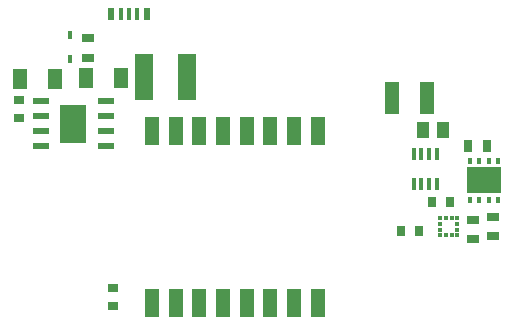
<source format=gtp>
G04*
G04 #@! TF.GenerationSoftware,Altium Limited,Altium Designer,20.2.4 (192)*
G04*
G04 Layer_Color=8421504*
%FSLAX25Y25*%
%MOIN*%
G70*
G04*
G04 #@! TF.SameCoordinates,A4C890F2-BA2B-4C22-B79F-40179FF621D5*
G04*
G04*
G04 #@! TF.FilePolarity,Positive*
G04*
G01*
G75*
%ADD27R,0.02756X0.03543*%
%ADD28R,0.01693X0.01378*%
%ADD29R,0.01378X0.01693*%
%ADD30R,0.03843X0.03000*%
%ADD31R,0.02362X0.04331*%
%ADD32R,0.01575X0.04331*%
%ADD33R,0.09055X0.12992*%
%ADD34R,0.05512X0.02165*%
%ADD35R,0.04882X0.11063*%
%ADD36R,0.03543X0.02756*%
%ADD37R,0.01587X0.02795*%
%ADD38R,0.05906X0.15748*%
%ADD39R,0.04921X0.09449*%
%ADD40R,0.04882X0.06800*%
%ADD41R,0.01181X0.01968*%
%ADD42R,0.11811X0.08661*%
%ADD43R,0.01654X0.04200*%
%ADD44R,0.03937X0.05512*%
%ADD45R,0.03000X0.03843*%
D27*
X152624Y30337D02*
D03*
X158805D02*
D03*
X169134Y39878D02*
D03*
X162953D02*
D03*
D28*
X165669Y34762D02*
D03*
Y32794D02*
D03*
Y30825D02*
D03*
Y28857D02*
D03*
X171535D02*
D03*
Y30825D02*
D03*
Y32794D02*
D03*
Y34762D02*
D03*
D29*
X167618Y28877D02*
D03*
X169587D02*
D03*
Y34743D02*
D03*
X167618D02*
D03*
D30*
X176772Y27617D02*
D03*
Y33998D02*
D03*
X183268Y35057D02*
D03*
Y28676D02*
D03*
X48228Y94529D02*
D03*
Y88148D02*
D03*
D31*
X55905Y102559D02*
D03*
X68110D02*
D03*
D32*
X59449D02*
D03*
X62008D02*
D03*
X64567D02*
D03*
D33*
X43504Y66142D02*
D03*
D34*
X32677Y73642D02*
D03*
Y68642D02*
D03*
Y63642D02*
D03*
Y58642D02*
D03*
X54331Y73642D02*
D03*
Y68642D02*
D03*
Y63642D02*
D03*
Y58642D02*
D03*
D35*
X161260Y74690D02*
D03*
X149567D02*
D03*
D36*
X56653Y11456D02*
D03*
Y5274D02*
D03*
X25295Y67972D02*
D03*
Y74154D02*
D03*
D37*
X42520Y95669D02*
D03*
Y87795D02*
D03*
D38*
X81496Y81496D02*
D03*
X66929D02*
D03*
D39*
X69784Y6299D02*
D03*
X77658D02*
D03*
X85532D02*
D03*
X93405D02*
D03*
X101279D02*
D03*
X109154D02*
D03*
X117028D02*
D03*
X124902D02*
D03*
X69784Y63779D02*
D03*
X77658D02*
D03*
X85532D02*
D03*
X93405D02*
D03*
X101279D02*
D03*
X109154D02*
D03*
X117028D02*
D03*
X124902D02*
D03*
D40*
X47697Y81299D02*
D03*
X59390D02*
D03*
X25571Y80984D02*
D03*
X37264D02*
D03*
D41*
X185039Y53740D02*
D03*
X181890D02*
D03*
X178740D02*
D03*
X175591D02*
D03*
X185039Y40748D02*
D03*
X181890D02*
D03*
X178740D02*
D03*
X175591D02*
D03*
D42*
X180315Y47244D02*
D03*
D43*
X164616Y56011D02*
D03*
X162057Y56031D02*
D03*
X159498Y56011D02*
D03*
X156939D02*
D03*
Y46011D02*
D03*
X159498D02*
D03*
X162057D02*
D03*
X164616D02*
D03*
D44*
X166581Y63983D02*
D03*
X160045D02*
D03*
D45*
X181530Y58501D02*
D03*
X175149D02*
D03*
M02*

</source>
